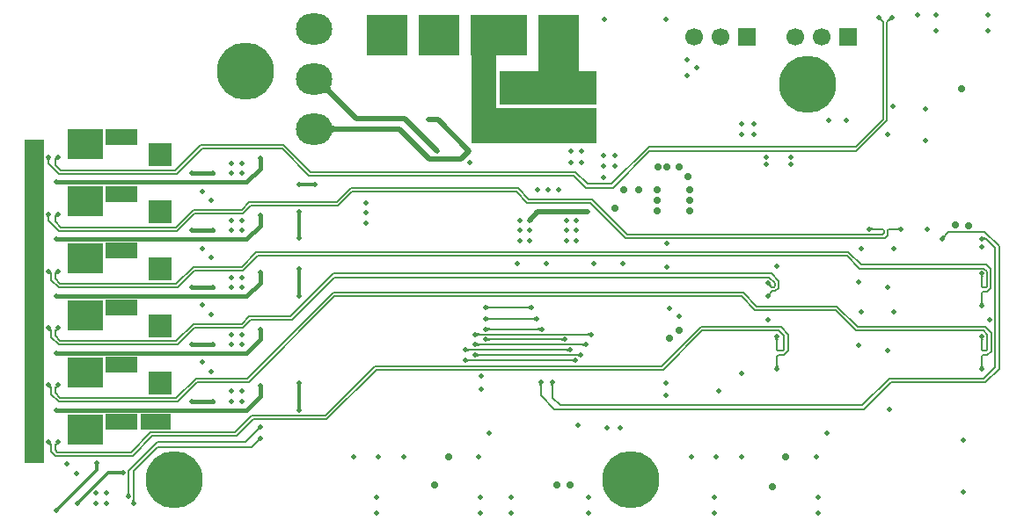
<source format=gbl>
G04*
G04 #@! TF.GenerationSoftware,Altium Limited,Altium Designer,23.3.1 (30)*
G04*
G04 Layer_Physical_Order=4*
G04 Layer_Color=16711680*
%FSLAX25Y25*%
%MOIN*%
G70*
G04*
G04 #@! TF.SameCoordinates,E5E33378-C9C0-40F0-BAD3-03F64417F324*
G04*
G04*
G04 #@! TF.FilePolarity,Positive*
G04*
G01*
G75*
%ADD10C,0.01181*%
%ADD11C,0.00787*%
%ADD13C,0.01968*%
%ADD54R,0.15748X0.15748*%
%ADD94C,0.01575*%
%ADD149C,0.06693*%
%ADD150R,0.06693X0.06693*%
%ADD151R,0.06693X0.06693*%
%ADD152O,0.13780X0.11811*%
%ADD153C,0.21654*%
%ADD154C,0.01968*%
%ADD155C,0.02756*%
%ADD174R,0.07480X1.22835*%
%ADD175R,0.08661X0.08661*%
%ADD176R,0.08661X0.08661*%
%ADD177R,0.11417X0.05906*%
%ADD178R,0.12205X0.05906*%
%ADD179R,0.13780X0.11811*%
%ADD180R,0.13780X0.11811*%
%ADD181R,0.09449X0.44882*%
%ADD182R,0.47638X0.13386*%
%ADD183R,0.37008X0.12992*%
%ADD184R,0.21260X0.15748*%
%ADD185R,0.15748X0.34252*%
G36*
X15958Y5478D02*
X15881Y5399D01*
X15652Y5137D01*
X15615Y5085D01*
X15587Y5038D01*
X15567Y4997D01*
X15555Y4962D01*
X15551Y4931D01*
X14576Y5906D01*
X14607Y5910D01*
X14642Y5922D01*
X14683Y5942D01*
X14730Y5970D01*
X14782Y6007D01*
X14902Y6105D01*
X15044Y6236D01*
X15123Y6313D01*
X15958Y5478D01*
D02*
G37*
G36*
X23833Y8039D02*
X23755Y7959D01*
X23526Y7697D01*
X23490Y7645D01*
X23461Y7599D01*
X23441Y7558D01*
X23429Y7522D01*
X23425Y7492D01*
X22451Y8466D01*
X22481Y8470D01*
X22517Y8482D01*
X22558Y8502D01*
X22604Y8531D01*
X22656Y8567D01*
X22777Y8665D01*
X22919Y8796D01*
X22998Y8874D01*
X23833Y8039D01*
D02*
G37*
G36*
X29331Y21457D02*
X29330Y21568D01*
X29306Y21915D01*
X29295Y21977D01*
X29283Y22030D01*
X29268Y22074D01*
X29251Y22108D01*
X29232Y22132D01*
X30610D01*
X30591Y22108D01*
X30575Y22074D01*
X30560Y22030D01*
X30547Y21977D01*
X30536Y21915D01*
X30521Y21760D01*
X30513Y21568D01*
X30512Y21457D01*
X29331D01*
D02*
G37*
G36*
X38386Y19882D02*
X38497Y19883D01*
X38844Y19906D01*
X38907Y19917D01*
X38960Y19930D01*
X39003Y19945D01*
X39037Y19962D01*
X39061Y19980D01*
Y18602D01*
X39037Y18621D01*
X39003Y18638D01*
X38960Y18653D01*
X38907Y18665D01*
X38844Y18676D01*
X38690Y18692D01*
X38497Y18700D01*
X38386Y18701D01*
Y19882D01*
D02*
G37*
G36*
X12194Y29375D02*
X12123Y29442D01*
X12050Y29502D01*
X11977Y29555D01*
X11902Y29601D01*
X11826Y29639D01*
X11748Y29671D01*
X11670Y29695D01*
X11590Y29712D01*
X11509Y29722D01*
X11427Y29724D01*
X12402Y30699D01*
X12404Y30617D01*
X12414Y30536D01*
X12431Y30456D01*
X12455Y30378D01*
X12487Y30300D01*
X12525Y30224D01*
X12571Y30149D01*
X12624Y30075D01*
X12684Y30003D01*
X12751Y29932D01*
X12194Y29375D01*
D02*
G37*
G36*
X13698Y29906D02*
X13766Y29977D01*
X13877Y30108D01*
X13920Y30168D01*
X13955Y30226D01*
X13982Y30280D01*
X14001Y30331D01*
X14011Y30378D01*
X14014Y30422D01*
X14007Y30463D01*
X14849Y29731D01*
X14809Y29731D01*
X14764Y29722D01*
X14715Y29706D01*
X14662Y29680D01*
X14605Y29646D01*
X14543Y29604D01*
X14478Y29553D01*
X14333Y29426D01*
X14255Y29350D01*
X13698Y29906D01*
D02*
G37*
G36*
X12194Y51028D02*
X12123Y51095D01*
X12050Y51156D01*
X11977Y51208D01*
X11902Y51254D01*
X11826Y51293D01*
X11748Y51324D01*
X11670Y51348D01*
X11590Y51365D01*
X11509Y51375D01*
X11427Y51378D01*
X12402Y52352D01*
X12404Y52270D01*
X12414Y52189D01*
X12431Y52110D01*
X12455Y52031D01*
X12487Y51954D01*
X12525Y51878D01*
X12571Y51803D01*
X12624Y51729D01*
X12684Y51657D01*
X12751Y51585D01*
X12194Y51028D01*
D02*
G37*
G36*
X13698Y51560D02*
X13766Y51630D01*
X13877Y51761D01*
X13920Y51822D01*
X13955Y51879D01*
X13982Y51933D01*
X14001Y51984D01*
X14011Y52032D01*
X14014Y52076D01*
X14007Y52117D01*
X14849Y51384D01*
X14809Y51384D01*
X14764Y51376D01*
X14715Y51359D01*
X14662Y51334D01*
X14605Y51300D01*
X14543Y51258D01*
X14478Y51207D01*
X14333Y51080D01*
X14255Y51003D01*
X13698Y51560D01*
D02*
G37*
G36*
X12194Y72682D02*
X12123Y72749D01*
X12050Y72809D01*
X11977Y72862D01*
X11902Y72908D01*
X11826Y72946D01*
X11748Y72978D01*
X11670Y73002D01*
X11590Y73019D01*
X11509Y73029D01*
X11427Y73032D01*
X12402Y74006D01*
X12404Y73924D01*
X12414Y73843D01*
X12431Y73763D01*
X12455Y73685D01*
X12487Y73607D01*
X12525Y73531D01*
X12571Y73456D01*
X12624Y73383D01*
X12684Y73310D01*
X12751Y73239D01*
X12194Y72682D01*
D02*
G37*
G36*
X13698Y73213D02*
X13766Y73284D01*
X13877Y73415D01*
X13920Y73475D01*
X13955Y73533D01*
X13982Y73587D01*
X14001Y73638D01*
X14011Y73685D01*
X14014Y73729D01*
X14007Y73770D01*
X14849Y73038D01*
X14809Y73038D01*
X14764Y73030D01*
X14715Y73013D01*
X14662Y72987D01*
X14605Y72953D01*
X14543Y72911D01*
X14478Y72860D01*
X14333Y72733D01*
X14255Y72657D01*
X13698Y73213D01*
D02*
G37*
G36*
X12194Y94335D02*
X12123Y94403D01*
X12050Y94463D01*
X11977Y94516D01*
X11902Y94561D01*
X11826Y94600D01*
X11748Y94631D01*
X11670Y94655D01*
X11590Y94672D01*
X11509Y94682D01*
X11427Y94685D01*
X12402Y95659D01*
X12404Y95577D01*
X12414Y95496D01*
X12431Y95417D01*
X12455Y95338D01*
X12487Y95261D01*
X12525Y95185D01*
X12571Y95110D01*
X12624Y95036D01*
X12684Y94964D01*
X12751Y94892D01*
X12194Y94335D01*
D02*
G37*
G36*
X13698Y94867D02*
X13766Y94937D01*
X13877Y95068D01*
X13920Y95129D01*
X13955Y95186D01*
X13982Y95240D01*
X14001Y95291D01*
X14011Y95339D01*
X14014Y95383D01*
X14007Y95424D01*
X14849Y94691D01*
X14809Y94691D01*
X14764Y94683D01*
X14715Y94666D01*
X14662Y94641D01*
X14605Y94607D01*
X14543Y94565D01*
X14478Y94514D01*
X14333Y94387D01*
X14255Y94310D01*
X13698Y94867D01*
D02*
G37*
G36*
X11024Y115830D02*
X11021Y115928D01*
X11012Y116022D01*
X10997Y116111D01*
X10976Y116197D01*
X10950Y116278D01*
X10917Y116355D01*
X10879Y116427D01*
X10835Y116496D01*
X10784Y116560D01*
X10728Y116620D01*
X12106D01*
X12050Y116560D01*
X12000Y116496D01*
X11956Y116427D01*
X11917Y116355D01*
X11885Y116278D01*
X11858Y116197D01*
X11838Y116111D01*
X11823Y116022D01*
X11814Y115928D01*
X11811Y115830D01*
X11024D01*
D02*
G37*
G36*
X13698Y116521D02*
X13766Y116591D01*
X13877Y116722D01*
X13920Y116782D01*
X13955Y116840D01*
X13982Y116894D01*
X14001Y116945D01*
X14011Y116992D01*
X14014Y117036D01*
X14007Y117077D01*
X14849Y116345D01*
X14809Y116345D01*
X14764Y116337D01*
X14715Y116320D01*
X14662Y116294D01*
X14605Y116261D01*
X14543Y116218D01*
X14478Y116167D01*
X14333Y116040D01*
X14255Y115964D01*
X13698Y116521D01*
D02*
G37*
G36*
X11024Y137484D02*
X11021Y137582D01*
X11012Y137675D01*
X10997Y137765D01*
X10976Y137850D01*
X10950Y137931D01*
X10917Y138008D01*
X10879Y138081D01*
X10835Y138149D01*
X10784Y138214D01*
X10728Y138274D01*
X12106D01*
X12050Y138214D01*
X12000Y138149D01*
X11956Y138081D01*
X11917Y138008D01*
X11885Y137931D01*
X11858Y137850D01*
X11838Y137765D01*
X11823Y137675D01*
X11814Y137582D01*
X11811Y137484D01*
X11024D01*
D02*
G37*
G36*
X13698Y138174D02*
X13766Y138244D01*
X13877Y138375D01*
X13920Y138436D01*
X13955Y138493D01*
X13982Y138547D01*
X14001Y138598D01*
X14011Y138646D01*
X14014Y138690D01*
X14007Y138731D01*
X14849Y137998D01*
X14809Y137999D01*
X14764Y137990D01*
X14715Y137973D01*
X14662Y137948D01*
X14605Y137914D01*
X14543Y137872D01*
X14478Y137821D01*
X14333Y137694D01*
X14255Y137618D01*
X13698Y138174D01*
D02*
G37*
G36*
X44094Y8975D02*
X44097Y8877D01*
X44106Y8783D01*
X44121Y8693D01*
X44142Y8608D01*
X44168Y8527D01*
X44201Y8450D01*
X44239Y8377D01*
X44284Y8309D01*
X44334Y8245D01*
X44390Y8185D01*
X43012D01*
X43068Y8245D01*
X43118Y8309D01*
X43162Y8377D01*
X43201Y8450D01*
X43233Y8527D01*
X43260Y8608D01*
X43281Y8693D01*
X43295Y8783D01*
X43304Y8877D01*
X43307Y8975D01*
X44094D01*
D02*
G37*
G36*
X42126Y11730D02*
X42129Y11632D01*
X42138Y11538D01*
X42153Y11449D01*
X42173Y11363D01*
X42200Y11282D01*
X42232Y11205D01*
X42271Y11133D01*
X42315Y11064D01*
X42365Y11000D01*
X42421Y10940D01*
X41043D01*
X41099Y11000D01*
X41150Y11064D01*
X41194Y11133D01*
X41232Y11205D01*
X41265Y11282D01*
X41291Y11363D01*
X41312Y11449D01*
X41327Y11538D01*
X41336Y11632D01*
X41339Y11730D01*
X42126D01*
D02*
G37*
G36*
X90596Y31507D02*
X90663Y31578D01*
X90723Y31651D01*
X90776Y31724D01*
X90821Y31799D01*
X90860Y31875D01*
X90891Y31953D01*
X90916Y32031D01*
X90933Y32111D01*
X90943Y32192D01*
X90945Y32274D01*
X91920Y31300D01*
X91838Y31297D01*
X91757Y31287D01*
X91677Y31270D01*
X91598Y31246D01*
X91521Y31214D01*
X91445Y31176D01*
X91370Y31130D01*
X91296Y31077D01*
X91224Y31017D01*
X91152Y30950D01*
X90596Y31507D01*
D02*
G37*
G36*
Y35838D02*
X90663Y35909D01*
X90723Y35981D01*
X90776Y36055D01*
X90821Y36130D01*
X90860Y36206D01*
X90891Y36283D01*
X90916Y36362D01*
X90933Y36442D01*
X90943Y36523D01*
X90945Y36605D01*
X91920Y35630D01*
X91838Y35628D01*
X91757Y35618D01*
X91677Y35601D01*
X91598Y35576D01*
X91521Y35545D01*
X91445Y35506D01*
X91370Y35461D01*
X91296Y35408D01*
X91224Y35348D01*
X91152Y35281D01*
X90596Y35838D01*
D02*
G37*
G36*
X106890Y44291D02*
X106891Y44181D01*
X106914Y43833D01*
X106925Y43771D01*
X106938Y43718D01*
X106953Y43674D01*
X106969Y43640D01*
X106988Y43616D01*
X105610D01*
X105629Y43640D01*
X105646Y43674D01*
X105660Y43718D01*
X105673Y43771D01*
X105684Y43833D01*
X105700Y43988D01*
X105708Y44181D01*
X105709Y44291D01*
X106890D01*
D02*
G37*
G36*
X105709Y51772D02*
X105708Y51883D01*
X105684Y52230D01*
X105673Y52292D01*
X105660Y52345D01*
X105646Y52389D01*
X105629Y52423D01*
X105610Y52447D01*
X106988D01*
X106969Y52423D01*
X106953Y52389D01*
X106938Y52345D01*
X106925Y52292D01*
X106914Y52230D01*
X106899Y52075D01*
X106891Y51883D01*
X106890Y51772D01*
X105709D01*
D02*
G37*
G36*
X170784Y61417D02*
X170686Y61414D01*
X170592Y61405D01*
X170503Y61391D01*
X170417Y61370D01*
X170336Y61343D01*
X170259Y61311D01*
X170187Y61273D01*
X170118Y61228D01*
X170054Y61178D01*
X169994Y61122D01*
Y62500D01*
X170054Y62444D01*
X170118Y62394D01*
X170187Y62349D01*
X170259Y62311D01*
X170336Y62278D01*
X170417Y62252D01*
X170503Y62231D01*
X170592Y62217D01*
X170686Y62208D01*
X170784Y62205D01*
Y61417D01*
D02*
G37*
G36*
Y65354D02*
X170686Y65351D01*
X170592Y65342D01*
X170503Y65328D01*
X170417Y65307D01*
X170336Y65280D01*
X170259Y65248D01*
X170187Y65210D01*
X170118Y65165D01*
X170054Y65115D01*
X169994Y65059D01*
Y66437D01*
X170054Y66381D01*
X170118Y66331D01*
X170187Y66286D01*
X170259Y66248D01*
X170336Y66215D01*
X170417Y66189D01*
X170503Y66168D01*
X170592Y66154D01*
X170686Y66145D01*
X170784Y66142D01*
Y65354D01*
D02*
G37*
G36*
X106890Y87598D02*
X106891Y87488D01*
X106914Y87140D01*
X106925Y87078D01*
X106938Y87025D01*
X106953Y86981D01*
X106969Y86948D01*
X106988Y86923D01*
X105610D01*
X105629Y86948D01*
X105646Y86981D01*
X105660Y87025D01*
X105673Y87078D01*
X105684Y87140D01*
X105700Y87295D01*
X105708Y87488D01*
X105709Y87598D01*
X106890D01*
D02*
G37*
G36*
X105709Y95079D02*
X105708Y95190D01*
X105684Y95537D01*
X105673Y95600D01*
X105660Y95653D01*
X105646Y95696D01*
X105629Y95730D01*
X105610Y95754D01*
X106988D01*
X106969Y95730D01*
X106953Y95696D01*
X106938Y95653D01*
X106925Y95600D01*
X106914Y95537D01*
X106899Y95382D01*
X106891Y95190D01*
X106890Y95079D01*
X105709D01*
D02*
G37*
G36*
X106890Y109646D02*
X106891Y109535D01*
X106914Y109188D01*
X106925Y109125D01*
X106938Y109072D01*
X106953Y109028D01*
X106969Y108995D01*
X106988Y108971D01*
X105610D01*
X105629Y108995D01*
X105646Y109028D01*
X105660Y109072D01*
X105673Y109125D01*
X105684Y109188D01*
X105700Y109342D01*
X105708Y109535D01*
X105709Y109646D01*
X106890D01*
D02*
G37*
G36*
X105709Y116732D02*
X105708Y116843D01*
X105684Y117190D01*
X105673Y117253D01*
X105660Y117306D01*
X105646Y117350D01*
X105629Y117383D01*
X105610Y117407D01*
X106988D01*
X106969Y117383D01*
X106953Y117350D01*
X106938Y117306D01*
X106925Y117253D01*
X106914Y117190D01*
X106899Y117036D01*
X106891Y116843D01*
X106890Y116732D01*
X105709D01*
D02*
G37*
G36*
X107677Y127756D02*
X107566Y127755D01*
X107219Y127731D01*
X107156Y127720D01*
X107103Y127708D01*
X107060Y127693D01*
X107026Y127676D01*
X107002Y127657D01*
Y129035D01*
X107026Y129017D01*
X107060Y129000D01*
X107103Y128985D01*
X107156Y128972D01*
X107219Y128962D01*
X107373Y128946D01*
X107566Y128938D01*
X107677Y128937D01*
Y127756D01*
D02*
G37*
G36*
X111221Y128937D02*
X111331Y128938D01*
X111679Y128962D01*
X111741Y128972D01*
X111794Y128985D01*
X111838Y129000D01*
X111871Y129017D01*
X111896Y129035D01*
Y127657D01*
X111871Y127676D01*
X111838Y127693D01*
X111794Y127708D01*
X111741Y127720D01*
X111679Y127731D01*
X111524Y127747D01*
X111331Y127755D01*
X111221Y127756D01*
Y128937D01*
D02*
G37*
G36*
X120982Y148622D02*
X120556Y148612D01*
X120176Y148583D01*
X119840Y148534D01*
X119548Y148465D01*
X119302Y148377D01*
X119100Y148269D01*
X118943Y148142D01*
X118831Y147995D01*
X118764Y147828D01*
X118742Y147642D01*
Y151570D01*
X118764Y151384D01*
X118831Y151217D01*
X118943Y151071D01*
X119100Y150943D01*
X119302Y150836D01*
X119548Y150747D01*
X119840Y150679D01*
X120176Y150630D01*
X120556Y150600D01*
X120982Y150591D01*
Y148622D01*
D02*
G37*
G36*
X118004Y162297D02*
X117696Y162592D01*
X117405Y162840D01*
X117133Y163043D01*
X116879Y163200D01*
X116642Y163312D01*
X116423Y163379D01*
X116223Y163400D01*
X116039Y163375D01*
X115874Y163305D01*
X115727Y163189D01*
X118504Y165966D01*
X118388Y165819D01*
X118318Y165654D01*
X118293Y165471D01*
X118314Y165269D01*
X118380Y165051D01*
X118492Y164814D01*
X118650Y164560D01*
X118853Y164287D01*
X119101Y163997D01*
X119396Y163689D01*
X118004Y162297D01*
D02*
G37*
G36*
X193785Y81201D02*
X193725Y81257D01*
X193661Y81307D01*
X193593Y81351D01*
X193520Y81390D01*
X193443Y81422D01*
X193362Y81449D01*
X193277Y81470D01*
X193187Y81484D01*
X193094Y81493D01*
X192996Y81496D01*
X192996Y82284D01*
X193094Y82286D01*
X193187Y82295D01*
X193277Y82310D01*
X193362Y82331D01*
X193443Y82357D01*
X193520Y82390D01*
X193593Y82428D01*
X193661Y82472D01*
X193725Y82523D01*
X193785Y82579D01*
X193785Y81201D01*
D02*
G37*
G36*
X177928Y82523D02*
X177992Y82472D01*
X178061Y82428D01*
X178133Y82390D01*
X178210Y82357D01*
X178291Y82331D01*
X178377Y82310D01*
X178466Y82295D01*
X178560Y82286D01*
X178658Y82284D01*
Y81496D01*
X178560Y81493D01*
X178466Y81484D01*
X178377Y81470D01*
X178291Y81449D01*
X178210Y81422D01*
X178133Y81390D01*
X178061Y81351D01*
X177992Y81307D01*
X177928Y81257D01*
X177868Y81201D01*
Y82579D01*
X177928Y82523D01*
D02*
G37*
G36*
Y78192D02*
X177992Y78142D01*
X178061Y78097D01*
X178133Y78059D01*
X178210Y78027D01*
X178291Y78000D01*
X178377Y77979D01*
X178466Y77965D01*
X178560Y77956D01*
X178658Y77953D01*
Y77165D01*
X178560Y77162D01*
X178466Y77153D01*
X178377Y77139D01*
X178291Y77118D01*
X178210Y77091D01*
X178133Y77059D01*
X178061Y77021D01*
X177992Y76976D01*
X177928Y76926D01*
X177868Y76870D01*
Y78248D01*
X177928Y78192D01*
D02*
G37*
G36*
Y74255D02*
X177992Y74205D01*
X178061Y74160D01*
X178133Y74122D01*
X178210Y74090D01*
X178291Y74063D01*
X178377Y74042D01*
X178466Y74028D01*
X178560Y74019D01*
X178658Y74016D01*
Y73228D01*
X178560Y73225D01*
X178466Y73216D01*
X178377Y73202D01*
X178291Y73181D01*
X178210Y73154D01*
X178133Y73122D01*
X178061Y73084D01*
X177992Y73039D01*
X177928Y72989D01*
X177868Y72933D01*
Y74311D01*
X177928Y74255D01*
D02*
G37*
G36*
X173991Y72286D02*
X174055Y72236D01*
X174124Y72192D01*
X174197Y72154D01*
X174273Y72121D01*
X174355Y72095D01*
X174440Y72074D01*
X174529Y72059D01*
X174623Y72050D01*
X174721Y72047D01*
Y71260D01*
X174623Y71257D01*
X174529Y71248D01*
X174440Y71233D01*
X174355Y71213D01*
X174273Y71186D01*
X174197Y71153D01*
X174124Y71115D01*
X174055Y71071D01*
X173991Y71021D01*
X173931Y70965D01*
Y72342D01*
X173991Y72286D01*
D02*
G37*
G36*
X177928Y70318D02*
X177992Y70268D01*
X178061Y70223D01*
X178133Y70185D01*
X178210Y70153D01*
X178291Y70126D01*
X178377Y70105D01*
X178466Y70091D01*
X178560Y70082D01*
X178658Y70079D01*
Y69291D01*
X178560Y69288D01*
X178466Y69279D01*
X178377Y69265D01*
X178291Y69244D01*
X178210Y69217D01*
X178133Y69185D01*
X178061Y69147D01*
X177992Y69102D01*
X177928Y69052D01*
X177868Y68996D01*
Y70374D01*
X177928Y70318D01*
D02*
G37*
G36*
X173991Y68349D02*
X174055Y68299D01*
X174124Y68255D01*
X174197Y68217D01*
X174273Y68184D01*
X174355Y68158D01*
X174440Y68137D01*
X174529Y68122D01*
X174623Y68113D01*
X174721Y68110D01*
Y67323D01*
X174623Y67320D01*
X174529Y67311D01*
X174440Y67296D01*
X174355Y67276D01*
X174273Y67249D01*
X174197Y67216D01*
X174124Y67178D01*
X174055Y67134D01*
X173991Y67084D01*
X173931Y67028D01*
Y68405D01*
X173991Y68349D01*
D02*
G37*
G36*
Y64412D02*
X174055Y64362D01*
X174124Y64318D01*
X174197Y64280D01*
X174273Y64247D01*
X174355Y64220D01*
X174440Y64200D01*
X174529Y64185D01*
X174623Y64176D01*
X174721Y64173D01*
Y63386D01*
X174623Y63383D01*
X174529Y63374D01*
X174440Y63359D01*
X174355Y63339D01*
X174273Y63312D01*
X174197Y63279D01*
X174124Y63241D01*
X174055Y63197D01*
X173991Y63147D01*
X173931Y63091D01*
Y64468D01*
X173991Y64412D01*
D02*
G37*
G36*
X197638Y52051D02*
X197635Y52149D01*
X197626Y52242D01*
X197611Y52332D01*
X197591Y52417D01*
X197564Y52498D01*
X197531Y52575D01*
X197493Y52648D01*
X197449Y52716D01*
X197399Y52780D01*
X197343Y52840D01*
X198721D01*
X198664Y52780D01*
X198614Y52716D01*
X198570Y52648D01*
X198531Y52575D01*
X198499Y52498D01*
X198472Y52417D01*
X198452Y52332D01*
X198437Y52242D01*
X198428Y52149D01*
X198425Y52051D01*
X197638D01*
D02*
G37*
G36*
X201969D02*
X201966Y52149D01*
X201957Y52242D01*
X201942Y52332D01*
X201921Y52417D01*
X201895Y52498D01*
X201862Y52575D01*
X201824Y52648D01*
X201780Y52716D01*
X201729Y52780D01*
X201673Y52840D01*
X203051D01*
X202995Y52780D01*
X202945Y52716D01*
X202901Y52648D01*
X202862Y52575D01*
X202830Y52498D01*
X202803Y52417D01*
X202783Y52332D01*
X202768Y52242D01*
X202759Y52149D01*
X202756Y52051D01*
X201969D01*
D02*
G37*
G36*
X209728Y62205D02*
X209826Y62208D01*
X209920Y62217D01*
X210009Y62231D01*
X210094Y62252D01*
X210175Y62278D01*
X210252Y62311D01*
X210325Y62349D01*
X210393Y62394D01*
X210458Y62444D01*
X210518Y62500D01*
Y61122D01*
X210458Y61178D01*
X210393Y61228D01*
X210325Y61273D01*
X210252Y61311D01*
X210175Y61343D01*
X210094Y61370D01*
X210009Y61391D01*
X209920Y61405D01*
X209826Y61414D01*
X209728Y61417D01*
Y62205D01*
D02*
G37*
G36*
X211696Y64173D02*
X211794Y64176D01*
X211888Y64185D01*
X211978Y64200D01*
X212063Y64220D01*
X212144Y64247D01*
X212221Y64280D01*
X212293Y64318D01*
X212362Y64362D01*
X212426Y64412D01*
X212486Y64468D01*
Y63091D01*
X212426Y63147D01*
X212362Y63197D01*
X212293Y63241D01*
X212221Y63279D01*
X212144Y63312D01*
X212063Y63339D01*
X211978Y63359D01*
X211888Y63374D01*
X211794Y63383D01*
X211696Y63386D01*
Y64173D01*
D02*
G37*
G36*
X196933Y74016D02*
X197030Y74019D01*
X197124Y74028D01*
X197214Y74042D01*
X197299Y74063D01*
X197380Y74090D01*
X197457Y74122D01*
X197530Y74160D01*
X197598Y74205D01*
X197662Y74255D01*
X197722Y74311D01*
Y72933D01*
X197662Y72989D01*
X197598Y73039D01*
X197530Y73084D01*
X197457Y73122D01*
X197380Y73154D01*
X197299Y73181D01*
X197214Y73202D01*
X197124Y73216D01*
X197030Y73225D01*
X196933Y73228D01*
Y74016D01*
D02*
G37*
G36*
X194964Y77953D02*
X195062Y77956D01*
X195156Y77965D01*
X195245Y77979D01*
X195331Y78000D01*
X195412Y78027D01*
X195489Y78059D01*
X195561Y78097D01*
X195630Y78142D01*
X195694Y78192D01*
X195754Y78248D01*
X195754Y76870D01*
X195694Y76926D01*
X195630Y76976D01*
X195561Y77021D01*
X195489Y77059D01*
X195412Y77091D01*
X195331Y77118D01*
X195245Y77139D01*
X195156Y77153D01*
X195062Y77162D01*
X194964Y77165D01*
X194964Y77953D01*
D02*
G37*
G36*
X207759Y66142D02*
X207857Y66145D01*
X207951Y66154D01*
X208040Y66168D01*
X208126Y66189D01*
X208207Y66215D01*
X208284Y66248D01*
X208356Y66286D01*
X208425Y66331D01*
X208489Y66381D01*
X208549Y66437D01*
Y65059D01*
X208489Y65115D01*
X208425Y65165D01*
X208356Y65210D01*
X208284Y65248D01*
X208207Y65280D01*
X208126Y65307D01*
X208040Y65328D01*
X207951Y65342D01*
X207857Y65351D01*
X207759Y65354D01*
Y66142D01*
D02*
G37*
G36*
X205791Y70079D02*
X205889Y70082D01*
X205982Y70091D01*
X206072Y70105D01*
X206157Y70126D01*
X206238Y70153D01*
X206315Y70185D01*
X206388Y70223D01*
X206456Y70268D01*
X206521Y70318D01*
X206581Y70374D01*
Y68996D01*
X206521Y69052D01*
X206456Y69102D01*
X206388Y69147D01*
X206315Y69185D01*
X206238Y69217D01*
X206157Y69244D01*
X206072Y69265D01*
X205982Y69279D01*
X205889Y69288D01*
X205791Y69291D01*
Y70079D01*
D02*
G37*
G36*
X213665Y68110D02*
X213763Y68113D01*
X213857Y68122D01*
X213946Y68137D01*
X214031Y68158D01*
X214112Y68184D01*
X214189Y68217D01*
X214262Y68255D01*
X214330Y68299D01*
X214395Y68349D01*
X214455Y68405D01*
Y67028D01*
X214395Y67084D01*
X214330Y67134D01*
X214262Y67178D01*
X214189Y67216D01*
X214112Y67249D01*
X214031Y67276D01*
X213946Y67296D01*
X213857Y67311D01*
X213763Y67320D01*
X213665Y67323D01*
Y68110D01*
D02*
G37*
G36*
X215633Y72047D02*
X215731Y72050D01*
X215825Y72059D01*
X215915Y72074D01*
X216000Y72095D01*
X216081Y72121D01*
X216158Y72154D01*
X216231Y72192D01*
X216299Y72236D01*
X216363Y72286D01*
X216423Y72342D01*
Y70965D01*
X216363Y71021D01*
X216299Y71071D01*
X216231Y71115D01*
X216158Y71153D01*
X216081Y71186D01*
X216000Y71213D01*
X215915Y71233D01*
X215825Y71248D01*
X215731Y71257D01*
X215633Y71260D01*
Y72047D01*
D02*
G37*
G36*
X287925Y60102D02*
X287928Y60005D01*
X287937Y59911D01*
X287951Y59821D01*
X287972Y59736D01*
X287999Y59655D01*
X288031Y59578D01*
X288070Y59505D01*
X288114Y59437D01*
X288164Y59373D01*
X288220Y59313D01*
X286842D01*
X286898Y59373D01*
X286948Y59437D01*
X286993Y59505D01*
X287031Y59578D01*
X287064Y59655D01*
X287090Y59736D01*
X287111Y59821D01*
X287126Y59911D01*
X287135Y60005D01*
X287138Y60102D01*
X287925D01*
D02*
G37*
G36*
X287008Y69272D02*
X287005Y69370D01*
X286998Y69464D01*
X286985Y69554D01*
X286967Y69641D01*
X286945Y69725D01*
X286917Y69805D01*
X286884Y69881D01*
X286846Y69955D01*
X286804Y70024D01*
X286756Y70091D01*
X288122Y69909D01*
X288060Y69858D01*
X288004Y69801D01*
X287955Y69739D01*
X287913Y69671D01*
X287877Y69599D01*
X287847Y69521D01*
X287825Y69438D01*
X287808Y69350D01*
X287799Y69257D01*
X287795Y69158D01*
X287008Y69272D01*
D02*
G37*
G36*
X285322Y86946D02*
X285255Y86875D01*
X285194Y86802D01*
X285142Y86728D01*
X285096Y86654D01*
X285057Y86577D01*
X285026Y86500D01*
X285002Y86422D01*
X284985Y86342D01*
X284975Y86261D01*
X284972Y86179D01*
X283998Y87153D01*
X284080Y87156D01*
X284161Y87166D01*
X284240Y87183D01*
X284319Y87207D01*
X284396Y87239D01*
X284472Y87277D01*
X284547Y87323D01*
X284621Y87376D01*
X284694Y87436D01*
X284765Y87503D01*
X285322Y86946D01*
D02*
G37*
G36*
X284765Y89835D02*
X284694Y89902D01*
X284621Y89962D01*
X284547Y90015D01*
X284472Y90061D01*
X284396Y90099D01*
X284319Y90131D01*
X284240Y90155D01*
X284161Y90172D01*
X284080Y90182D01*
X283998Y90185D01*
X284972Y91159D01*
X284975Y91077D01*
X284985Y90996D01*
X285002Y90916D01*
X285026Y90838D01*
X285057Y90761D01*
X285096Y90684D01*
X285142Y90610D01*
X285194Y90536D01*
X285255Y90463D01*
X285322Y90392D01*
X284765Y89835D01*
D02*
G37*
G36*
X323895Y111220D02*
X323797Y111217D01*
X323703Y111208D01*
X323613Y111194D01*
X323528Y111173D01*
X323447Y111146D01*
X323370Y111114D01*
X323297Y111075D01*
X323229Y111031D01*
X323165Y110981D01*
X323105Y110925D01*
Y112303D01*
X323165Y112247D01*
X323229Y112197D01*
X323297Y112152D01*
X323370Y112114D01*
X323447Y112081D01*
X323528Y112055D01*
X323613Y112034D01*
X323703Y112019D01*
X323797Y112011D01*
X323895Y112007D01*
Y111220D01*
D02*
G37*
G36*
X326777Y190666D02*
X326706Y190733D01*
X326633Y190793D01*
X326559Y190846D01*
X326484Y190892D01*
X326408Y190930D01*
X326331Y190962D01*
X326253Y190986D01*
X326173Y191003D01*
X326092Y191013D01*
X326010Y191016D01*
X326984Y191990D01*
X326987Y191908D01*
X326997Y191827D01*
X327014Y191747D01*
X327038Y191669D01*
X327069Y191592D01*
X327108Y191516D01*
X327154Y191441D01*
X327207Y191367D01*
X327267Y191294D01*
X327334Y191223D01*
X326777Y190666D01*
D02*
G37*
G36*
X365544Y60103D02*
X365547Y60005D01*
X365555Y59912D01*
X365570Y59822D01*
X365591Y59737D01*
X365617Y59656D01*
X365650Y59579D01*
X365688Y59506D01*
X365733Y59438D01*
X365783Y59373D01*
X365839Y59313D01*
X364461D01*
X364517Y59373D01*
X364567Y59438D01*
X364612Y59506D01*
X364650Y59579D01*
X364682Y59656D01*
X364709Y59737D01*
X364730Y59822D01*
X364744Y59912D01*
X364753Y60005D01*
X364756Y60103D01*
X365544D01*
D02*
G37*
G36*
X364756Y69204D02*
X364753Y69302D01*
X364744Y69396D01*
X364730Y69486D01*
X364709Y69571D01*
X364682Y69652D01*
X364650Y69729D01*
X364612Y69802D01*
X364567Y69870D01*
X364517Y69934D01*
X364461Y69994D01*
X365839D01*
X365783Y69934D01*
X365733Y69870D01*
X365688Y69802D01*
X365650Y69729D01*
X365617Y69652D01*
X365591Y69571D01*
X365570Y69486D01*
X365555Y69396D01*
X365547Y69302D01*
X365544Y69204D01*
X364756D01*
D02*
G37*
G36*
X365544Y84119D02*
X365547Y84021D01*
X365555Y83927D01*
X365570Y83838D01*
X365591Y83752D01*
X365617Y83671D01*
X365650Y83595D01*
X365688Y83522D01*
X365733Y83453D01*
X365783Y83389D01*
X365839Y83329D01*
X364461D01*
X364517Y83389D01*
X364567Y83453D01*
X364612Y83522D01*
X364650Y83595D01*
X364682Y83671D01*
X364709Y83752D01*
X364730Y83838D01*
X364744Y83927D01*
X364753Y84021D01*
X364756Y84119D01*
X365544D01*
D02*
G37*
G36*
X364756Y93220D02*
X364753Y93318D01*
X364744Y93412D01*
X364730Y93502D01*
X364709Y93587D01*
X364682Y93668D01*
X364650Y93745D01*
X364612Y93817D01*
X364567Y93886D01*
X364517Y93950D01*
X364461Y94010D01*
X365839D01*
X365783Y93950D01*
X365733Y93886D01*
X365688Y93817D01*
X365650Y93745D01*
X365617Y93668D01*
X365591Y93587D01*
X365570Y93502D01*
X365555Y93412D01*
X365547Y93318D01*
X365544Y93220D01*
X364756D01*
D02*
G37*
G36*
X351334Y108777D02*
X351267Y108706D01*
X351207Y108633D01*
X351154Y108559D01*
X351108Y108484D01*
X351069Y108408D01*
X351038Y108331D01*
X351014Y108253D01*
X350997Y108173D01*
X350987Y108092D01*
X350984Y108010D01*
X350010Y108984D01*
X350092Y108987D01*
X350173Y108997D01*
X350253Y109014D01*
X350331Y109038D01*
X350408Y109070D01*
X350484Y109108D01*
X350559Y109154D01*
X350633Y109207D01*
X350706Y109267D01*
X350777Y109334D01*
X351334Y108777D01*
D02*
G37*
G36*
X366493Y107606D02*
X366395Y107603D01*
X366301Y107595D01*
X366211Y107580D01*
X366126Y107559D01*
X366045Y107533D01*
X365968Y107500D01*
X365896Y107462D01*
X365827Y107417D01*
X365763Y107367D01*
X365703Y107311D01*
Y108689D01*
X365763Y108633D01*
X365827Y108583D01*
X365896Y108538D01*
X365968Y108500D01*
X366045Y108467D01*
X366126Y108441D01*
X366211Y108420D01*
X366301Y108405D01*
X366395Y108397D01*
X366493Y108394D01*
Y107606D01*
D02*
G37*
G36*
X333023Y111980D02*
X333121Y111983D01*
X333215Y111992D01*
X333305Y112007D01*
X333390Y112027D01*
X333471Y112054D01*
X333548Y112086D01*
X333620Y112125D01*
X333689Y112169D01*
X333753Y112219D01*
X333813Y112275D01*
Y110898D01*
X333753Y110954D01*
X333689Y111004D01*
X333620Y111048D01*
X333548Y111086D01*
X333471Y111119D01*
X333390Y111145D01*
X333305Y111166D01*
X333215Y111181D01*
X333121Y111190D01*
X333023Y111193D01*
Y111980D01*
D02*
G37*
G36*
X329666Y191223D02*
X329733Y191294D01*
X329793Y191367D01*
X329846Y191441D01*
X329892Y191516D01*
X329930Y191592D01*
X329962Y191669D01*
X329986Y191747D01*
X330003Y191827D01*
X330013Y191908D01*
X330016Y191990D01*
X330990Y191016D01*
X330908Y191013D01*
X330827Y191003D01*
X330748Y190986D01*
X330669Y190962D01*
X330592Y190930D01*
X330516Y190892D01*
X330441Y190846D01*
X330367Y190793D01*
X330294Y190733D01*
X330223Y190666D01*
X329666Y191223D01*
D02*
G37*
D10*
X106299Y42913D02*
Y53150D01*
Y128347D02*
X112598D01*
X106299Y86221D02*
Y96457D01*
Y108268D02*
Y118110D01*
X29921Y20276D02*
Y22835D01*
X22441Y7482D02*
X34251Y19291D01*
X39764D01*
X14567Y4922D02*
X29921Y20276D01*
D11*
X330118Y54921D02*
X365945D01*
X319882Y44685D02*
X330118Y54921D01*
X365945D02*
X370261Y59237D01*
X82854Y33071D02*
X89153Y39370D01*
X43287Y25591D02*
X50768Y33071D01*
X82284Y34449D02*
X88583Y40748D01*
X42717Y26969D02*
X50197Y34449D01*
X50768Y33071D02*
X82854D01*
X50197Y34449D02*
X82284D01*
X285520Y89637D02*
X286310D01*
X285346Y94685D02*
X288149Y91882D01*
X119351Y94685D02*
X285346D01*
X103209Y78543D02*
X119351Y94685D01*
X283988Y91169D02*
X285520Y89637D01*
X284494Y93307D02*
X286771Y91030D01*
X286310Y89637D02*
X286771Y90098D01*
X103780Y77165D02*
X119922Y93307D01*
X284494D01*
X286771Y90098D02*
Y91030D01*
X313996Y101378D02*
X318721Y96653D01*
X90728Y101378D02*
X313996D01*
X85216Y95866D02*
X90728Y101378D01*
X314567Y102756D02*
X319291Y98032D01*
X84646Y97244D02*
X90158Y102756D01*
X314567D01*
X288149Y89314D02*
Y91882D01*
X286923Y88088D02*
X288149Y89314D01*
X285907Y88088D02*
X286923D01*
X230284Y108268D02*
X328346D01*
X217500Y123000D02*
X230854Y109646D01*
X327491D01*
X216929Y121622D02*
X230284Y108268D01*
X328346D02*
X329331Y109252D01*
X327953Y110107D02*
Y111153D01*
X327491Y109646D02*
X327953Y110107D01*
X317323Y142913D02*
X327734Y153324D01*
X224829Y128678D02*
X239065Y142913D01*
X317500Y141142D02*
X329134Y152776D01*
X239065Y142913D02*
X317323D01*
X225400Y127300D02*
X239242Y141142D01*
X317500D01*
X329134Y152776D02*
Y190134D01*
X327734Y153324D02*
Y190266D01*
X14744Y26969D02*
X42717D01*
X14173Y25591D02*
X43287D01*
X13976Y114350D02*
X16122Y112205D01*
X15551Y110827D02*
X60216D01*
X11417Y114961D02*
X15551Y110827D01*
X60216D02*
X66909Y117520D01*
X16122Y112205D02*
X59646D01*
X66339Y118898D01*
X11417Y114961D02*
Y117323D01*
X273954Y86024D02*
X279072Y80905D01*
X87382Y53543D02*
X119862Y86024D01*
X119291Y87402D02*
X274803D01*
X279921Y82284D01*
X86811Y54921D02*
X119291Y87402D01*
X119862Y86024D02*
X273954D01*
X16122Y133858D02*
X59449D01*
X11417Y136614D02*
X15551Y132480D01*
X60020D02*
X69665Y142126D01*
X11417Y136614D02*
Y138976D01*
X59449Y133858D02*
X69095Y143504D01*
X13976Y136004D02*
X16122Y133858D01*
X15551Y132480D02*
X60020D01*
X211231Y133312D02*
X215865Y128678D01*
X110783Y133312D02*
X211231D01*
X210566Y131934D02*
X215200Y127300D01*
X100591Y143504D02*
X110783Y133312D01*
X100020Y142126D02*
X110212Y131934D01*
X210566D01*
X215865Y128678D02*
X224829D01*
X215200Y127300D02*
X225400D01*
X287402Y65816D02*
Y70697D01*
X205315Y44685D02*
X319882D01*
X202362Y47638D02*
Y53543D01*
Y47638D02*
X205315Y44685D01*
X198031Y48425D02*
X203150Y43307D01*
X320453D02*
X330689Y53543D01*
X198031Y48425D02*
Y53543D01*
X203150Y43307D02*
X320453D01*
X330689Y53543D02*
X366535D01*
X371639Y58647D01*
Y105133D01*
X370261Y59237D02*
Y104542D01*
X366803Y108000D02*
X370261Y104542D01*
X366201Y110570D02*
X371639Y105133D01*
X367123Y87800D02*
X368598Y89274D01*
X366929Y98032D02*
X368598Y96363D01*
Y89274D02*
Y96363D01*
X366663Y89370D02*
X367125Y89831D01*
X365611Y89370D02*
X366663D01*
X367125Y89831D02*
Y95472D01*
X365943Y96653D02*
X367125Y95472D01*
X318721Y96653D02*
X365943D01*
X319291Y98032D02*
X366929D01*
X365150Y87339D02*
X365611Y87800D01*
X367123D01*
X367232Y63779D02*
X368626Y65174D01*
X367249Y65816D02*
Y71661D01*
X365878Y73032D02*
X367249Y71661D01*
X365611Y65354D02*
X366787D01*
X368626Y65174D02*
Y72240D01*
X366787Y65354D02*
X367249Y65816D01*
X366457Y74410D02*
X368626Y72240D01*
X317520Y73032D02*
X365878D01*
X365000Y108000D02*
X366803D01*
X350000D02*
X352570Y110570D01*
X366201D01*
X365150Y58611D02*
Y63318D01*
X60413Y46063D02*
X67894Y53543D01*
X87382D01*
X67323Y54921D02*
X86811D01*
X59842Y47441D02*
X67323Y54921D01*
X88169Y77165D02*
X103780D01*
X87598Y78543D02*
X103209D01*
X116909Y39370D02*
X135807Y58268D01*
X89153Y39370D02*
X116909D01*
X116339Y40748D02*
X135236Y59646D01*
X88583Y40748D02*
X116339D01*
X135236Y59646D02*
X243898D01*
X135807Y58268D02*
X244468D01*
X259232Y73032D01*
X243898Y59646D02*
X258661Y74410D01*
X365150Y89831D02*
Y94713D01*
Y89831D02*
X365611Y89370D01*
Y63779D02*
X367232D01*
X318091Y74410D02*
X366457D01*
X365150Y65816D02*
X365611Y65354D01*
X365150Y65816D02*
Y70697D01*
Y63318D02*
X365611Y63779D01*
X259232Y73032D02*
X288259D01*
X291732Y65354D02*
Y71653D01*
X290158Y63779D02*
X291732Y65354D01*
X287992Y63779D02*
X290158D01*
X290245Y65816D02*
Y71045D01*
X289784Y65354D02*
X290245Y65816D01*
X288259Y73032D02*
X290245Y71045D01*
X287863Y65354D02*
X289784D01*
X258661Y74410D02*
X288976D01*
X291732Y71653D01*
X287531Y63318D02*
X287992Y63779D01*
X287531Y58610D02*
Y63318D01*
X287402Y65816D02*
X287863Y65354D01*
X287402Y70697D02*
X287531D01*
X279072Y80905D02*
X309646D01*
X279921Y82284D02*
X310216D01*
X318091Y74410D01*
X309646Y80905D02*
X317520Y73032D01*
X284018Y86199D02*
X285907Y88088D01*
X365150Y82626D02*
Y87339D01*
X329792Y111586D02*
X334516D01*
X329331Y109252D02*
Y111125D01*
X326000Y192000D02*
X327734Y190266D01*
X329134Y190134D02*
X331000Y192000D01*
X327491Y111614D02*
X327953Y111153D01*
X329331Y111125D02*
X329792Y111586D01*
X322402Y111614D02*
X327491D01*
X192929Y121622D02*
X216929D01*
X193500Y123000D02*
X217500D01*
X188764Y125787D02*
X192929Y121622D01*
X189335Y127165D02*
X193500Y123000D01*
X169291Y65748D02*
X209252D01*
X85216Y74213D02*
X88169Y77165D01*
X84646Y75591D02*
X87598Y78543D01*
X66909Y74213D02*
X85216D01*
X60413Y67716D02*
X66909Y74213D01*
X66339Y75591D02*
X84646D01*
X59842Y69095D02*
X66339Y75591D01*
X88169Y120472D02*
X121240D01*
X85216Y117520D02*
X88169Y120472D01*
X121240D02*
X126555Y125787D01*
X84646Y118898D02*
X87598Y121850D01*
X120669D01*
X125984Y127165D01*
X177165Y81890D02*
X194488D01*
X169291Y61811D02*
X211221D01*
X173228Y63779D02*
X213189D01*
X173228Y67716D02*
X215158D01*
X177165Y69685D02*
X206693D01*
X173228Y71653D02*
X217126D01*
X177165Y73622D02*
X198425D01*
X177165Y77559D02*
X196457D01*
X86024Y30709D02*
X91929Y36615D01*
X12598Y48819D02*
X15354Y46063D01*
X13976Y49390D02*
X15925Y47441D01*
X11417Y52362D02*
X12598Y51181D01*
X13976Y49390D02*
Y51282D01*
X14961Y52266D01*
Y52362D01*
X12598Y48819D02*
Y51181D01*
X15925Y47441D02*
X59842D01*
X15354Y46063D02*
X60413D01*
X12598Y70473D02*
X15354Y67716D01*
X13976Y71043D02*
X15925Y69095D01*
X11417Y74016D02*
X12598Y72835D01*
X13976Y71043D02*
Y72935D01*
X14961Y73919D01*
Y74016D01*
X12598Y70473D02*
Y72835D01*
X15925Y69095D02*
X59842D01*
X15354Y67716D02*
X60413D01*
X12598Y92126D02*
X15354Y89370D01*
X13976Y92697D02*
X15925Y90748D01*
X11417Y95669D02*
X12598Y94488D01*
X13976Y92697D02*
Y94589D01*
X14961Y95573D01*
Y95669D01*
X12598Y92126D02*
Y94488D01*
X15925Y90748D02*
X59842D01*
X15354Y89370D02*
X60413D01*
X59842Y90748D02*
X66339Y97244D01*
X60413Y89370D02*
X66909Y95866D01*
X66339Y97244D02*
X84646D01*
X66909Y95866D02*
X85216D01*
X126555Y125787D02*
X188764D01*
X125984Y127165D02*
X189335D01*
X66909Y117520D02*
X85216D01*
X66339Y118898D02*
X84646D01*
X14961Y117226D02*
Y117323D01*
X13976Y116242D02*
X14961Y117226D01*
X13976Y114350D02*
Y116242D01*
X12598Y27165D02*
Y29528D01*
X14961Y30612D02*
Y30709D01*
X13976Y29628D02*
X14961Y30612D01*
X13976Y27736D02*
Y29628D01*
X11417Y30709D02*
X12598Y29528D01*
X13976Y27736D02*
X14744Y26969D01*
X12598Y27165D02*
X14173Y25591D01*
X69665Y142126D02*
X100020D01*
X69095Y143504D02*
X100591D01*
X13976Y136004D02*
Y137896D01*
X14961Y138880D01*
Y138976D01*
X52756Y28740D02*
X88386D01*
X91929Y32284D01*
X52756Y30709D02*
X86024D01*
X41732Y19685D02*
X52756Y30709D01*
X43701Y7482D02*
Y19685D01*
X52756Y28740D01*
X41732Y10237D02*
Y19685D01*
D13*
X167717Y138189D02*
X170866Y141339D01*
X144488Y149606D02*
X155905Y138189D01*
X167717D01*
X144193Y153425D02*
X146575D01*
X158661Y141339D01*
X128268Y153425D02*
X144193D01*
X159055Y153150D02*
X170866Y141339D01*
X196850Y118110D02*
X215945D01*
X193701Y114961D02*
X196850Y118110D01*
X155512Y153150D02*
X159055D01*
X112205Y149606D02*
X144488D01*
X113189Y168504D02*
X128268Y153425D01*
X112205Y168504D02*
X113189D01*
D54*
X159449Y185039D02*
D03*
X139764D02*
D03*
D94*
X65749Y67717D02*
X73621D01*
X86614Y64567D02*
X91732Y69685D01*
X73621Y67717D02*
X73622Y67718D01*
X91732Y69685D02*
Y73622D01*
X65748Y67716D02*
X65749Y67717D01*
X14567Y42913D02*
X86516D01*
X91732Y48130D02*
Y52067D01*
X86516Y42913D02*
X91732Y48130D01*
X14567Y64567D02*
X86614D01*
X91732Y112992D02*
Y116929D01*
X65748Y111024D02*
X65749Y111024D01*
X14567Y107874D02*
X86614D01*
X91732Y112992D01*
X73621Y111024D02*
X73622Y111025D01*
X65749Y111024D02*
X73621D01*
X65748Y46063D02*
X65749Y46064D01*
X73621Y46162D02*
X73622Y46163D01*
X65749Y46162D02*
X73621D01*
Y89371D02*
X73622Y89372D01*
X65749Y89371D02*
X73621D01*
X65748Y89370D02*
X65749Y89371D01*
X91732Y91339D02*
Y95276D01*
X14567Y86221D02*
X86614D01*
X91732Y91339D01*
X86614Y129527D02*
X91732Y134646D01*
X14567Y129527D02*
X86614D01*
X91732Y134646D02*
Y138583D01*
X65748Y132677D02*
X65749Y132678D01*
X73621D01*
X73622Y132679D01*
D149*
X294331Y184500D02*
D03*
X304331D02*
D03*
X214961Y163189D02*
D03*
X187402D02*
D03*
X256000Y184500D02*
D03*
X266000D02*
D03*
D150*
X314331D02*
D03*
X276000D02*
D03*
D151*
X214961Y153346D02*
D03*
X187402D02*
D03*
D152*
X112205Y149606D02*
D03*
Y168504D02*
D03*
Y187402D02*
D03*
D153*
X299213Y166535D02*
D03*
X86221Y171653D02*
D03*
X59055Y16535D02*
D03*
X232283D02*
D03*
D154*
X307087Y152756D02*
D03*
X313779D02*
D03*
X245669Y97047D02*
D03*
Y106299D02*
D03*
X227953Y36220D02*
D03*
X229134Y98425D02*
D03*
X340945Y192776D02*
D03*
X212008Y37168D02*
D03*
X278740Y147638D02*
D03*
X274016D02*
D03*
X368250Y77154D02*
D03*
X365000Y108000D02*
D03*
X330118Y43307D02*
D03*
X365150Y58611D02*
D03*
X202362Y53543D02*
D03*
X198031D02*
D03*
X106299Y42913D02*
D03*
X175590Y55707D02*
D03*
X175591Y50787D02*
D03*
X364961Y104724D02*
D03*
X245563Y53150D02*
D03*
X365150Y70697D02*
D03*
X287531Y58610D02*
D03*
Y70697D02*
D03*
X283988Y77153D02*
D03*
Y91169D02*
D03*
X287531Y97626D02*
D03*
X283988Y86169D02*
D03*
X365150Y82626D02*
D03*
Y94713D02*
D03*
X334516Y111586D02*
D03*
X350000Y108000D02*
D03*
X344489Y111614D02*
D03*
X322402D02*
D03*
X318590Y67654D02*
D03*
X329341Y65653D02*
D03*
X319531Y80153D02*
D03*
X331649D02*
D03*
Y104169D02*
D03*
X319531D02*
D03*
X329341Y89669D02*
D03*
X318590Y91669D02*
D03*
X331000Y192000D02*
D03*
X326000D02*
D03*
X331445Y158173D02*
D03*
X329445Y147423D02*
D03*
X343945Y157233D02*
D03*
Y145115D02*
D03*
X283465Y136221D02*
D03*
X221654Y131102D02*
D03*
X225984Y135433D02*
D03*
X221654D02*
D03*
X158661Y141339D02*
D03*
X292913Y138976D02*
D03*
X283465D02*
D03*
X225984Y139370D02*
D03*
X221654D02*
D03*
X170866Y141339D02*
D03*
X213386D02*
D03*
X209449D02*
D03*
Y137008D02*
D03*
X292913Y136221D02*
D03*
X213386Y137008D02*
D03*
X171063Y137007D02*
D03*
X273984Y56890D02*
D03*
X265323Y50197D02*
D03*
X274016Y151575D02*
D03*
X278740D02*
D03*
X215945Y118110D02*
D03*
X65748Y67716D02*
D03*
X91732Y73622D02*
D03*
X80712Y71653D02*
D03*
X73622Y67718D02*
D03*
X84649Y71653D02*
D03*
X106299Y53150D02*
D03*
X84649Y46161D02*
D03*
X112598Y128347D02*
D03*
X106299Y108268D02*
D03*
Y118110D02*
D03*
Y86221D02*
D03*
Y96457D02*
D03*
Y128347D02*
D03*
X223228Y36220D02*
D03*
X196457Y77559D02*
D03*
X194488Y81890D02*
D03*
X198425Y73622D02*
D03*
X250394Y78347D02*
D03*
X246850Y81496D02*
D03*
X245563Y48425D02*
D03*
X216142Y9843D02*
D03*
X207283Y69685D02*
D03*
X213189Y63779D02*
D03*
X209252Y65748D02*
D03*
X211221Y61811D02*
D03*
X200000Y98425D02*
D03*
X218110D02*
D03*
X215158Y67716D02*
D03*
X217126Y71653D02*
D03*
X188976Y98425D02*
D03*
X178347Y34252D02*
D03*
X177165Y73622D02*
D03*
Y77559D02*
D03*
Y81890D02*
D03*
X169291Y61811D02*
D03*
Y65748D02*
D03*
X177165Y69685D02*
D03*
X173228Y67716D02*
D03*
Y71653D02*
D03*
Y63779D02*
D03*
X174409Y25197D02*
D03*
X175000Y9843D02*
D03*
X186811D02*
D03*
X175000Y3937D02*
D03*
X186811D02*
D03*
X216142D02*
D03*
X306299Y34252D02*
D03*
X302362Y25197D02*
D03*
X274016D02*
D03*
X264567D02*
D03*
X255118D02*
D03*
X263779Y3937D02*
D03*
Y9843D02*
D03*
X302953Y3937D02*
D03*
Y9843D02*
D03*
X127165Y25197D02*
D03*
X136614D02*
D03*
X146063D02*
D03*
X135827Y9843D02*
D03*
Y3937D02*
D03*
X358268Y11811D02*
D03*
X358268Y31496D02*
D03*
X347835Y187008D02*
D03*
Y192913D02*
D03*
X367323Y187008D02*
D03*
Y192913D02*
D03*
X84649Y67716D02*
D03*
X91929Y36615D02*
D03*
X91732Y52067D02*
D03*
Y116929D02*
D03*
X73228Y122441D02*
D03*
X65748Y111024D02*
D03*
X131890Y121653D02*
D03*
X69685Y125984D02*
D03*
X131890Y113779D02*
D03*
X11417Y138976D02*
D03*
X14961D02*
D03*
X91929Y32284D02*
D03*
X43701Y7482D02*
D03*
X41732Y10237D02*
D03*
X11417Y30709D02*
D03*
X14961D02*
D03*
X11417Y52362D02*
D03*
X14961D02*
D03*
X11417Y74016D02*
D03*
X14961D02*
D03*
X11417Y95669D02*
D03*
X14961D02*
D03*
X11417Y117323D02*
D03*
X14961D02*
D03*
X22047Y18898D02*
D03*
X18504Y22441D02*
D03*
X73228Y57579D02*
D03*
X69685Y61122D02*
D03*
X73228Y79134D02*
D03*
X69685Y82677D02*
D03*
X73228Y100787D02*
D03*
X69685Y104331D02*
D03*
X131890Y117717D02*
D03*
X211417Y114961D02*
D03*
Y111024D02*
D03*
Y107087D02*
D03*
X207874Y114961D02*
D03*
Y111024D02*
D03*
Y107087D02*
D03*
X190157D02*
D03*
Y111024D02*
D03*
Y114961D02*
D03*
X193701Y107087D02*
D03*
Y111024D02*
D03*
Y114961D02*
D03*
X204724Y126378D02*
D03*
X200787D02*
D03*
X196678Y126372D02*
D03*
X65748Y46063D02*
D03*
X14567Y42913D02*
D03*
X39764Y19291D02*
D03*
X29921Y22835D02*
D03*
X14567Y4922D02*
D03*
X33468Y11417D02*
D03*
Y7480D02*
D03*
X22441Y7482D02*
D03*
X29531Y11417D02*
D03*
Y7480D02*
D03*
X80712Y46161D02*
D03*
Y50098D02*
D03*
X73622Y46163D02*
D03*
X84649Y50098D02*
D03*
X80712Y67716D02*
D03*
X14567Y64567D02*
D03*
X80712Y89370D02*
D03*
Y93307D02*
D03*
X14567Y86221D02*
D03*
X65748Y89370D02*
D03*
X73622Y89372D02*
D03*
X84649Y89370D02*
D03*
Y93307D02*
D03*
X91732Y95276D02*
D03*
X80712Y111024D02*
D03*
Y114961D02*
D03*
X14567Y107874D02*
D03*
X73622Y111025D02*
D03*
X84649Y111024D02*
D03*
Y114961D02*
D03*
X91732Y138583D02*
D03*
X84649Y136614D02*
D03*
Y132677D02*
D03*
X73622Y132679D02*
D03*
X65748Y132677D02*
D03*
X14567Y129527D02*
D03*
X253543Y169685D02*
D03*
Y175984D02*
D03*
X257087Y172835D02*
D03*
X245472Y191338D02*
D03*
X222244Y191339D02*
D03*
X179134Y190945D02*
D03*
X183071D02*
D03*
X187008D02*
D03*
X190945D02*
D03*
X179134Y187008D02*
D03*
X183071D02*
D03*
X187008D02*
D03*
X190945D02*
D03*
Y179134D02*
D03*
X187008D02*
D03*
X183071D02*
D03*
X179134D02*
D03*
X190945Y183071D02*
D03*
X187008D02*
D03*
X183071D02*
D03*
X179134D02*
D03*
X198819D02*
D03*
X202756D02*
D03*
X206693D02*
D03*
X210630D02*
D03*
X198819Y179134D02*
D03*
X202756D02*
D03*
X206693D02*
D03*
X210630D02*
D03*
Y187008D02*
D03*
X206693D02*
D03*
X202756D02*
D03*
X198819D02*
D03*
X210630Y190945D02*
D03*
X206693D02*
D03*
X202756D02*
D03*
X198819D02*
D03*
X153543D02*
D03*
X157480D02*
D03*
X161417D02*
D03*
X165354D02*
D03*
X153543Y187008D02*
D03*
X157480D02*
D03*
X161417D02*
D03*
X165354D02*
D03*
Y179134D02*
D03*
X161417D02*
D03*
X157480D02*
D03*
X153543D02*
D03*
X165354Y183071D02*
D03*
X161417D02*
D03*
X157480D02*
D03*
X153543D02*
D03*
X133858D02*
D03*
X137795D02*
D03*
X141732D02*
D03*
X145669D02*
D03*
X133858Y179134D02*
D03*
X137795D02*
D03*
X141732D02*
D03*
X145669D02*
D03*
Y187008D02*
D03*
X141732D02*
D03*
X137795D02*
D03*
X133858D02*
D03*
X145669Y190945D02*
D03*
X141732D02*
D03*
X137795D02*
D03*
X133858D02*
D03*
X155512Y153150D02*
D03*
X144193Y153425D02*
D03*
X80712Y136614D02*
D03*
Y132677D02*
D03*
D155*
X242520Y135039D02*
D03*
X253937Y131496D02*
D03*
X246850Y70079D02*
D03*
X250394Y73228D02*
D03*
X254331Y118504D02*
D03*
X242126Y122441D02*
D03*
X254331D02*
D03*
X245669Y135039D02*
D03*
X250394D02*
D03*
X242126Y126378D02*
D03*
X226000Y119500D02*
D03*
X157874Y14567D02*
D03*
X208957Y14567D02*
D03*
X162992Y25197D02*
D03*
X204035Y14567D02*
D03*
X285827Y13780D02*
D03*
X290945Y25197D02*
D03*
X360040Y112992D02*
D03*
X354973Y113044D02*
D03*
X357480Y164961D02*
D03*
X254331Y126378D02*
D03*
X229528D02*
D03*
X235039D02*
D03*
X242126Y118504D02*
D03*
X21654Y39764D02*
D03*
Y37008D02*
D03*
Y148031D02*
D03*
Y145276D02*
D03*
Y126378D02*
D03*
Y123622D02*
D03*
Y104724D02*
D03*
Y101969D02*
D03*
Y83071D02*
D03*
Y80315D02*
D03*
Y61417D02*
D03*
Y58661D02*
D03*
X24409D02*
D03*
Y61417D02*
D03*
X29921Y58661D02*
D03*
Y61417D02*
D03*
X27165D02*
D03*
Y58661D02*
D03*
X56693Y50394D02*
D03*
X53937D02*
D03*
Y53150D02*
D03*
X56693D02*
D03*
Y55905D02*
D03*
X53937D02*
D03*
X51181Y53150D02*
D03*
Y55905D02*
D03*
Y50394D02*
D03*
X35039Y58661D02*
D03*
Y61417D02*
D03*
X37795D02*
D03*
X40551D02*
D03*
X43307D02*
D03*
Y58661D02*
D03*
X37795D02*
D03*
X40551D02*
D03*
X8268Y41732D02*
D03*
X53543Y37008D02*
D03*
X56299D02*
D03*
Y39764D02*
D03*
X53543D02*
D03*
X48031Y37008D02*
D03*
X50787D02*
D03*
Y39764D02*
D03*
X48031D02*
D03*
X3937Y41732D02*
D03*
Y63386D02*
D03*
X8268D02*
D03*
X3937Y84646D02*
D03*
X8268D02*
D03*
X3937Y106299D02*
D03*
X8268D02*
D03*
Y128347D02*
D03*
X3937D02*
D03*
Y30709D02*
D03*
Y35827D02*
D03*
X8268D02*
D03*
Y25591D02*
D03*
X3937D02*
D03*
Y52362D02*
D03*
Y57480D02*
D03*
X8268D02*
D03*
Y47244D02*
D03*
X3937D02*
D03*
Y74016D02*
D03*
Y79134D02*
D03*
X8268D02*
D03*
Y68898D02*
D03*
X3937D02*
D03*
Y95669D02*
D03*
Y100787D02*
D03*
X8268D02*
D03*
Y90551D02*
D03*
X3937D02*
D03*
Y117323D02*
D03*
Y122441D02*
D03*
X8268D02*
D03*
Y112205D02*
D03*
X3937D02*
D03*
Y133858D02*
D03*
X8268D02*
D03*
Y144095D02*
D03*
X3937D02*
D03*
Y138976D02*
D03*
X24409Y37008D02*
D03*
Y39764D02*
D03*
X29921Y37008D02*
D03*
Y39764D02*
D03*
X27165D02*
D03*
Y37008D02*
D03*
X35039D02*
D03*
Y39764D02*
D03*
X37795D02*
D03*
X40551D02*
D03*
X43307D02*
D03*
Y37008D02*
D03*
X37795D02*
D03*
X40551D02*
D03*
Y80315D02*
D03*
X37795D02*
D03*
X43307D02*
D03*
Y83071D02*
D03*
X40551D02*
D03*
X37795D02*
D03*
X35039D02*
D03*
Y80315D02*
D03*
X51181Y72047D02*
D03*
Y77559D02*
D03*
Y74803D02*
D03*
X53937Y77559D02*
D03*
X56693D02*
D03*
Y74803D02*
D03*
X53937D02*
D03*
Y72047D02*
D03*
X56693D02*
D03*
X27165Y80315D02*
D03*
Y83071D02*
D03*
X29921D02*
D03*
Y80315D02*
D03*
X24409Y83071D02*
D03*
Y80315D02*
D03*
X40551Y101969D02*
D03*
X37795D02*
D03*
X43307D02*
D03*
Y104724D02*
D03*
X40551D02*
D03*
X37795D02*
D03*
X35039D02*
D03*
Y101969D02*
D03*
X51181Y93701D02*
D03*
Y99213D02*
D03*
Y96457D02*
D03*
X53937Y99213D02*
D03*
X56693D02*
D03*
Y96457D02*
D03*
X53937D02*
D03*
Y93701D02*
D03*
X56693D02*
D03*
X27165Y101969D02*
D03*
Y104724D02*
D03*
X29921D02*
D03*
Y101969D02*
D03*
X24409Y104724D02*
D03*
Y101969D02*
D03*
X40551Y123622D02*
D03*
X37795D02*
D03*
X43307D02*
D03*
Y126378D02*
D03*
X40551D02*
D03*
X37795D02*
D03*
X35039D02*
D03*
Y123622D02*
D03*
X51181Y115354D02*
D03*
Y120866D02*
D03*
Y118110D02*
D03*
X53937Y120866D02*
D03*
X56693D02*
D03*
Y118110D02*
D03*
X53937D02*
D03*
Y115354D02*
D03*
X56693D02*
D03*
X27165Y123622D02*
D03*
Y126378D02*
D03*
X29921D02*
D03*
Y123622D02*
D03*
X24409Y126378D02*
D03*
Y123622D02*
D03*
Y145276D02*
D03*
Y148031D02*
D03*
X29921Y145276D02*
D03*
Y148031D02*
D03*
X27165D02*
D03*
Y145276D02*
D03*
X56693Y137008D02*
D03*
X53937D02*
D03*
Y139764D02*
D03*
X56693D02*
D03*
Y142520D02*
D03*
X53937D02*
D03*
X51181Y139764D02*
D03*
Y142520D02*
D03*
Y137008D02*
D03*
X35039Y145276D02*
D03*
Y148031D02*
D03*
X37795D02*
D03*
X40551D02*
D03*
X43307D02*
D03*
Y145276D02*
D03*
X37795D02*
D03*
X40551D02*
D03*
D174*
X6102Y84252D02*
D03*
D175*
X53937Y53150D02*
D03*
Y118110D02*
D03*
D176*
Y74803D02*
D03*
Y96457D02*
D03*
Y139764D02*
D03*
D177*
X52165Y38386D02*
D03*
D178*
X39173D02*
D03*
Y60039D02*
D03*
Y81693D02*
D03*
Y103347D02*
D03*
Y125000D02*
D03*
Y146653D02*
D03*
D179*
X25394Y57087D02*
D03*
Y78740D02*
D03*
Y122047D02*
D03*
Y143701D02*
D03*
D180*
Y35433D02*
D03*
Y100394D02*
D03*
D181*
X176378Y170472D02*
D03*
D182*
X195472Y150787D02*
D03*
D183*
X200787Y165157D02*
D03*
D184*
X182283Y185039D02*
D03*
D185*
X204724Y175787D02*
D03*
M02*

</source>
